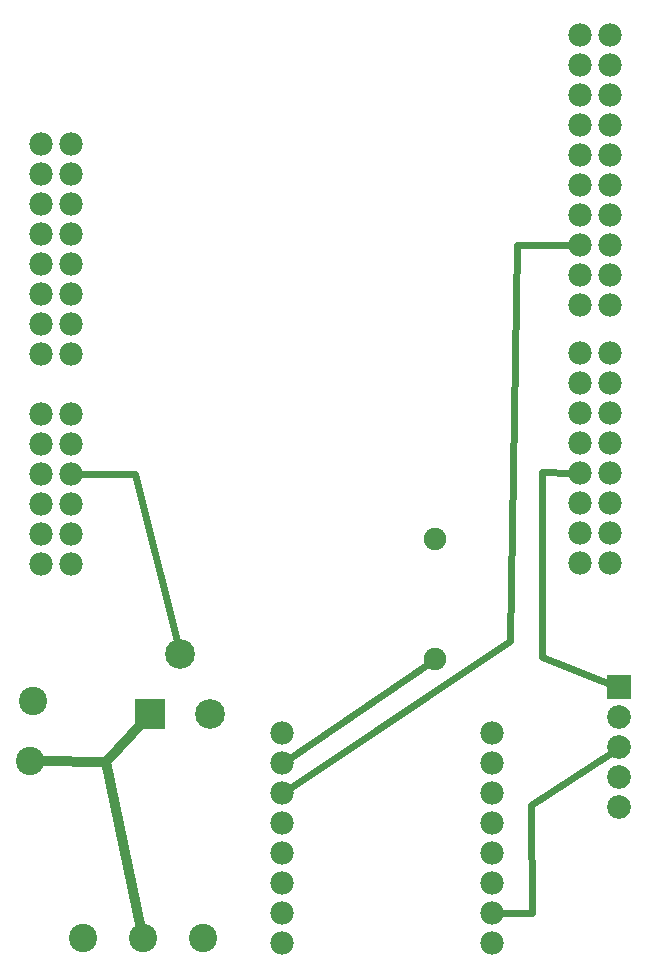
<source format=gbl>
G04 MADE WITH FRITZING*
G04 WWW.FRITZING.ORG*
G04 DOUBLE SIDED*
G04 HOLES PLATED*
G04 CONTOUR ON CENTER OF CONTOUR VECTOR*
%ASAXBY*%
%FSLAX23Y23*%
%MOIN*%
%OFA0B0*%
%SFA1.0B1.0*%
%ADD10C,0.079370*%
%ADD11C,0.099000*%
%ADD12C,0.094488*%
%ADD13C,0.075000*%
%ADD14C,0.077701*%
%ADD15C,0.078000*%
%ADD16R,0.079370X0.079370*%
%ADD17R,0.099000X0.099000*%
%ADD18C,0.024000*%
%ADD19C,0.032000*%
%LNCOPPER0*%
G90*
G70*
G54D10*
X2123Y961D03*
X2123Y861D03*
X2123Y761D03*
X2123Y661D03*
X2123Y561D03*
G54D11*
X760Y873D03*
X560Y873D03*
X660Y1073D03*
G54D12*
X168Y917D03*
X158Y717D03*
X337Y125D03*
X537Y125D03*
X737Y125D03*
G54D13*
X1510Y1455D03*
X1510Y1055D03*
G54D14*
X1001Y809D03*
X1001Y709D03*
X1001Y609D03*
X1001Y509D03*
X1001Y409D03*
X1001Y309D03*
X1001Y209D03*
X1001Y109D03*
X1700Y809D03*
X1700Y709D03*
X1700Y609D03*
X1700Y509D03*
X1700Y409D03*
X1700Y309D03*
X1700Y209D03*
X1700Y109D03*
G54D15*
X195Y2774D03*
X195Y2674D03*
X195Y2574D03*
X195Y2474D03*
X195Y2374D03*
X195Y2274D03*
X195Y2174D03*
X195Y2074D03*
X195Y2774D03*
X195Y2674D03*
X195Y2574D03*
X195Y2474D03*
X195Y2374D03*
X195Y2274D03*
X195Y2174D03*
X195Y2074D03*
X295Y2074D03*
X295Y2174D03*
X295Y2274D03*
X295Y2374D03*
X295Y2474D03*
X295Y2574D03*
X295Y2674D03*
X295Y2774D03*
X1994Y2076D03*
X1994Y1976D03*
X1994Y1876D03*
X1994Y1776D03*
X1994Y1676D03*
X1994Y1576D03*
X1994Y1476D03*
X1994Y1376D03*
X1994Y2076D03*
X1994Y1976D03*
X1994Y1876D03*
X1994Y1776D03*
X1994Y1676D03*
X1994Y1576D03*
X1994Y1476D03*
X1994Y1376D03*
X2094Y1376D03*
X2094Y1476D03*
X2094Y1576D03*
X2094Y1676D03*
X2094Y1776D03*
X2094Y1876D03*
X2094Y1976D03*
X2094Y2076D03*
X195Y1873D03*
X195Y1773D03*
X195Y1673D03*
X195Y1573D03*
X195Y1473D03*
X195Y1373D03*
X195Y1873D03*
X195Y1773D03*
X195Y1673D03*
X195Y1573D03*
X195Y1473D03*
X195Y1373D03*
X295Y1373D03*
X295Y1473D03*
X295Y1573D03*
X295Y1673D03*
X295Y1773D03*
X295Y1873D03*
X1993Y3135D03*
X1993Y3035D03*
X1993Y2935D03*
X1993Y2835D03*
X1993Y2735D03*
X1993Y2635D03*
X1993Y2535D03*
X1993Y2435D03*
X1993Y2335D03*
X1993Y2235D03*
X1993Y3135D03*
X1993Y3035D03*
X1993Y2935D03*
X1993Y2835D03*
X1993Y2735D03*
X1993Y2635D03*
X1993Y2535D03*
X1993Y2435D03*
X1993Y2335D03*
X1993Y2235D03*
X2093Y2235D03*
X2093Y2335D03*
X2093Y2435D03*
X2093Y2535D03*
X2093Y2635D03*
X2093Y2735D03*
X2093Y2835D03*
X2093Y2935D03*
X2093Y3035D03*
X2093Y3135D03*
G54D16*
X2123Y961D03*
G54D17*
X560Y873D03*
G54D18*
X652Y1104D02*
X509Y1673D01*
D02*
X509Y1673D02*
X325Y1673D01*
D02*
X1486Y1039D02*
X1025Y725D01*
D02*
X1831Y570D02*
X2097Y744D01*
D02*
X1832Y209D02*
X1831Y570D01*
D02*
X1730Y209D02*
X1832Y209D01*
G54D19*
D02*
X412Y713D02*
X530Y155D01*
D02*
X412Y713D02*
X189Y716D01*
D02*
X539Y850D02*
X412Y713D01*
G54D18*
D02*
X1761Y1115D02*
X1025Y625D01*
D02*
X1963Y2435D02*
X1784Y2436D01*
D02*
X1784Y2436D02*
X1761Y1115D01*
D02*
X1867Y1064D02*
X2094Y972D01*
D02*
X1964Y1676D02*
X1867Y1678D01*
D02*
X1867Y1678D02*
X1867Y1064D01*
G04 End of Copper0*
M02*
</source>
